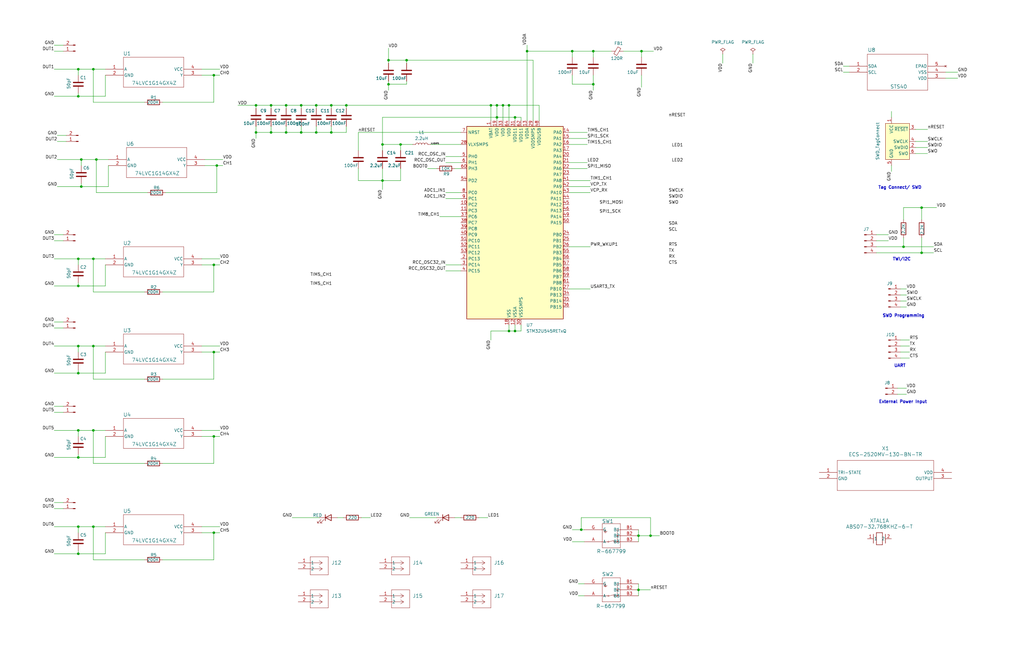
<source format=kicad_sch>
(kicad_sch (version 20231120) (generator "eeschema") (generator_version "8.0")
  (paper "B")
  (title_block (title "Project Work, Chair of Micro Systems, TU Dresden") (date "2025-04-03") (rev "V1") (company "Ihsan Ahmad Siddiquee"))
  (lib_symbols
    (symbol "Connector:Conn_01x02_Pin" (pin_names (offset 1.016) hide)
      (property "Reference" "J" (at 0 2.54 0))
      (property "Value" "Conn_01x02_Pin" (at 0 -5.08 0))
      (symbol "Conn_01x02_Pin_1_1"
        (pin passive line (at 5.08 0 180) (length 3.81) (name "Pin_1") (number "1"))
        (pin passive line (at 5.08 -2.54 180) (length 3.81) (name "Pin_2") (number "2"))
      )
    )
    (symbol "Connector:Conn_01x04_Pin" (pin_names (offset 1.016) hide)
      (property "Reference" "J" (at 0 5.08 0))
      (property "Value" "Conn_01x04_Pin" (at 0 -7.62 0))
      (symbol "Conn_01x04_Pin_1_1"
        (pin passive line (at 5.08 2.54 180) (length 3.81) (name "Pin_1") (number "1"))
        (pin passive line (at 5.08 0 180) (length 3.81) (name "Pin_2") (number "2"))
        (pin passive line (at 5.08 -2.54 180) (length 3.81) (name "Pin_3") (number "3"))
        (pin passive line (at 5.08 -5.08 180) (length 3.81) (name "Pin_4") (number "4"))
      )
    )
    (symbol "Connector:Conn_ARM_SWD_TagConnect_TC2030-NL" (in_bom no)
      (property "Reference" "J" (at 2.54 11.43 0))
      (property "Value" "Conn_ARM_SWD_TagConnect_TC2030-NL" (at 2.54 8.89 0))
      (symbol "Conn_ARM_SWD_TagConnect_TC2030-NL_0_0"
        (pin power_in line (at -2.54 10.16 270) (length 2.54) (name "VCC") (number "1"))
        (pin bidirectional line (at 7.62 -2.54 180) (length 2.54) (name "SWDIO") (number "2"))
        (pin open_collector line (at 7.62 5.08 180) (length 2.54) (name "~{RESET}") (number "3"))
        (pin output line (at 7.62 0 180) (length 2.54) (name "SWCLK") (number "4"))
        (pin power_in line (at -2.54 -10.16 90) (length 2.54) (name "GND") (number "5"))
        (pin input line (at 7.62 -5.08 180) (length 2.54) (name "SWO") (number "6"))
      )
    )
    (symbol "Device:C" (pin_numbers hide) (pin_names (offset 0.254))
      (property "Reference" "C" (at 0.635 2.54 0))
      (property "Value" "C" (at 0.635 -2.54 0))
      (symbol "C_1_1"
        (pin passive line (at 0 3.81 270) (length 2.794) (name "~") (number "1"))
        (pin passive line (at 0 -3.81 90) (length 2.794) (name "~") (number "2"))
      )
    )
    (symbol "Device:FerriteBead_Small" (pin_numbers hide) (pin_names (offset 0))
      (property "Reference" "FB" (at 1.905 1.27 0))
      (property "Value" "FerriteBead_Small" (at 1.905 -1.27 0))
      (symbol "FerriteBead_Small_1_1"
        (pin passive line (at 0 2.54 270) (length 1.27) (name "~") (number "1"))
        (pin passive line (at 0 -2.54 90) (length 1.27) (name "~") (number "2"))
      )
    )
    (symbol "Device:L" (pin_numbers hide) (pin_names (offset 1.016) hide)
      (property "Reference" "L" (at -1.27 0 90))
      (property "Value" "L" (at 1.905 0 90))
      (symbol "L_1_1"
        (pin passive line (at 0 3.81 270) (length 1.27) (name "1") (number "1"))
        (pin passive line (at 0 -3.81 90) (length 1.27) (name "2") (number "2"))
      )
    )
    (symbol "Device:LED" (pin_numbers hide) (pin_names (offset 1.016) hide)
      (property "Reference" "D" (at 0 2.54 0))
      (property "Value" "LED" (at 0 -2.54 0))
      (symbol "LED_1_1"
        (pin passive line (at -3.81 0 0) (length 2.54) (name "K") (number "1"))
        (pin passive line (at 3.81 0 180) (length 2.54) (name "A") (number "2"))
      )
    )
    (symbol "Device:R" (pin_numbers hide) (pin_names (offset 0))
      (property "Reference" "R" (at 2.032 0 90))
      (property "Value" "R" (at 0 0 90))
      (symbol "R_1_1"
        (pin passive line (at 0 3.81 270) (length 1.27) (name "~") (number "1"))
        (pin passive line (at 0 -3.81 90) (length 1.27) (name "~") (number "2"))
      )
    )
    (symbol "MCU_ST_STM32U5:STM32U545RETxQ"
      (property "Reference" "U" (at -20.32 41.91 0))
      (property "Value" "STM32U545RETxQ" (at 12.7 41.91 0))
      (symbol "STM32U545RETxQ_1_1"
        (pin power_in line (at -10.16 43.18 270) (length 2.54) (name "VBAT") (number "1"))
        (pin bidirectional line (at -22.86 7.62 0) (length 2.54) (name "PC2") (number "10"))
        (pin bidirectional line (at -22.86 5.08 0) (length 2.54) (name "PC3") (number "11"))
        (pin power_in line (at 0 -43.18 90) (length 2.54) (name "VSSA") (number "12"))
        (pin power_in line (at 5.08 43.18 270) (length 2.54) (name "VDDA") (number "13"))
        (pin bidirectional line (at 22.86 38.1 180) (length 2.54) (name "PA0") (number "14"))
        (pin bidirectional line (at 22.86 35.56 180) (length 2.54) (name "PA1") (number "15"))
        (pin bidirectional line (at 22.86 33.02 180) (length 2.54) (name "PA2") (number "16"))
        (pin bidirectional line (at 22.86 30.48 180) (length 2.54) (name "PA3") (number "17"))
        (pin power_in line (at -2.54 -43.18 90) (length 2.54) (name "VSS") (number "18"))
        (pin power_in line (at -7.62 43.18 270) (length 2.54) (name "VDD") (number "19"))
        (pin bidirectional line (at -22.86 -15.24 0) (length 2.54) (name "PC13") (number "2"))
        (pin bidirectional line (at 22.86 27.94 180) (length 2.54) (name "PA4") (number "20"))
        (pin bidirectional line (at 22.86 25.4 180) (length 2.54) (name "PA5") (number "21"))
        (pin bidirectional line (at 22.86 22.86 180) (length 2.54) (name "PA6") (number "22"))
        (pin bidirectional line (at 22.86 20.32 180) (length 2.54) (name "PA7") (number "23"))
        (pin bidirectional line (at 22.86 -5.08 180) (length 2.54) (name "PB0") (number "24"))
        (pin bidirectional line (at 22.86 -7.62 180) (length 2.54) (name "PB1") (number "25"))
        (pin bidirectional line (at 22.86 -10.16 180) (length 2.54) (name "PB2") (number "26"))
        (pin bidirectional line (at 22.86 -27.94 180) (length 2.54) (name "PB10") (number "27"))
        (pin power_in line (at -22.86 33.02 0) (length 2.54) (name "VLXSMPS") (number "28"))
        (pin power_in line (at 7.62 43.18 270) (length 2.54) (name "VDDSMPS") (number "29"))
        (pin bidirectional line (at -22.86 -17.78 0) (length 2.54) (name "PC14") (number "3"))
        (pin power_in line (at 2.54 -43.18 90) (length 2.54) (name "VSSSMPS") (number "30"))
        (pin power_in line (at 0 43.18 270) (length 2.54) (name "VDD11") (number "31"))
        (pin passive line (at -2.54 -43.18 90) (length 2.54) hide (name "VSS") (number "32"))
        (pin power_in line (at -5.08 43.18 270) (length 2.54) (name "VDD") (number "33"))
        (pin bidirectional line (at 22.86 -30.48 180) (length 2.54) (name "PB13") (number "34"))
        (pin bidirectional line (at 22.86 -33.02 180) (length 2.54) (name "PB14") (number "35"))
        (pin bidirectional line (at 22.86 -35.56 180) (length 2.54) (name "PB15") (number "36"))
        (pin bidirectional line (at -22.86 2.54 0) (length 2.54) (name "PC6") (number "37"))
        (pin bidirectional line (at -22.86 0 0) (length 2.54) (name "PC7") (number "38"))
        (pin bidirectional line (at -22.86 -2.54 0) (length 2.54) (name "PC8") (number "39"))
        (pin bidirectional line (at -22.86 -20.32 0) (length 2.54) (name "PC15") (number "4"))
        (pin bidirectional line (at -22.86 -5.08 0) (length 2.54) (name "PC9") (number "40"))
        (pin bidirectional line (at 22.86 17.78 180) (length 2.54) (name "PA8") (number "41"))
        (pin bidirectional line (at 22.86 15.24 180) (length 2.54) (name "PA9") (number "42"))
        (pin bidirectional line (at 22.86 12.7 180) (length 2.54) (name "PA10") (number "43"))
        (pin bidirectional line (at 22.86 10.16 180) (length 2.54) (name "PA11") (number "44"))
        (pin bidirectional line (at 22.86 7.62 180) (length 2.54) (name "PA12") (number "45"))
        (pin bidirectional line (at 22.86 5.08 180) (length 2.54) (name "PA13") (number "46"))
        (pin passive line (at -2.54 -43.18 90) (length 2.54) hide (name "VSS") (number "47"))
        (pin power_in line (at 10.16 43.18 270) (length 2.54) (name "VDDUSB") (number "48"))
        (pin bidirectional line (at 22.86 2.54 180) (length 2.54) (name "PA14") (number "49"))
        (pin bidirectional line (at -22.86 27.94 0) (length 2.54) (name "PH0") (number "5"))
        (pin bidirectional line (at 22.86 0 180) (length 2.54) (name "PA15") (number "50"))
        (pin bidirectional line (at -22.86 -7.62 0) (length 2.54) (name "PC10") (number "51"))
        (pin bidirectional line (at -22.86 -10.16 0) (length 2.54) (name "PC11") (number "52"))
        (pin bidirectional line (at -22.86 -12.7 0) (length 2.54) (name "PC12") (number "53"))
        (pin bidirectional line (at -22.86 17.78 0) (length 2.54) (name "PD2") (number "54"))
        (pin bidirectional line (at 22.86 -12.7 180) (length 2.54) (name "PB3") (number "55"))
        (pin bidirectional line (at 22.86 -15.24 180) (length 2.54) (name "PB4") (number "56"))
        (pin bidirectional line (at 22.86 -17.78 180) (length 2.54) (name "PB5") (number "57"))
        (pin bidirectional line (at 22.86 -20.32 180) (length 2.54) (name "PB6") (number "58"))
        (pin bidirectional line (at 22.86 -22.86 180) (length 2.54) (name "PB7") (number "59"))
        (pin bidirectional line (at -22.86 25.4 0) (length 2.54) (name "PH1") (number "6"))
        (pin bidirectional line (at -22.86 22.86 0) (length 2.54) (name "PH3") (number "60"))
        (pin bidirectional line (at 22.86 -25.4 180) (length 2.54) (name "PB8") (number "61"))
        (pin power_in line (at 2.54 43.18 270) (length 2.54) (name "VDD11") (number "62"))
        (pin passive line (at -2.54 -43.18 90) (length 2.54) hide (name "VSS") (number "63"))
        (pin power_in line (at -2.54 43.18 270) (length 2.54) (name "VDD") (number "64"))
        (pin input line (at -22.86 38.1 0) (length 2.54) (name "NRST") (number "7"))
        (pin bidirectional line (at -22.86 12.7 0) (length 2.54) (name "PC0") (number "8"))
        (pin bidirectional line (at -22.86 10.16 0) (length 2.54) (name "PC1") (number "9"))
      )
    )
    (symbol "Project_Work:74LVC1G14GX4Z" (pin_names (offset 0.254))
      (property "Reference" "U" (at 20.32 10.16 0))
      (property "Value" "74LVC1G14GX4Z" (at 20.32 7.62 0))
      (symbol "74LVC1G14GX4Z_0_1"
        (pin unspecified line (at 0 0 0) (length 7.62) (name "A") (number "1"))
        (pin power_out line (at 0 -2.54 0) (length 7.62) (name "GND") (number "2"))
        (pin unspecified line (at 40.64 -2.54 180) (length 7.62) (name "Y") (number "3"))
        (pin power_in line (at 40.64 0 180) (length 7.62) (name "VCC") (number "4"))
      )
    )
    (symbol "Project_Work:ABS07-32.768KHZ-6-T" (pin_names (offset 0.254))
      (property "Reference" "XTAL" (at 5.08 4.445 0))
      (property "Value" "ABS07-32.768KHZ-6-T" (at 5.08 -4.445 0))
      (symbol "ABS07-32.768KHZ-6-T_1_1"
        (pin unspecified line (at 0 0 0) (length 2.54) (name "1") (number "1"))
        (pin unspecified line (at 10.16 0 180) (length 2.54) (name "2") (number "2"))
      )
      (symbol "ABS07-32.768KHZ-6-T_1_2"
        (pin unspecified line (at 0 0 90) (length 2.54) (name "1") (number "1"))
        (pin unspecified line (at 0 10.16 270) (length 2.54) (name "2") (number "2"))
      )
    )
    (symbol "Project_Work:ECS-2520MV-130-BN-TR" (pin_names (offset 0.254))
      (property "Reference" "X" (at 27.94 10.16 0))
      (property "Value" "ECS-2520MV-130-BN-TR" (at 27.94 7.62 0))
      (symbol "ECS-2520MV-130-BN-TR_0_1"
        (pin unspecified line (at 0 0 0) (length 7.62) (name "TRI-STATE") (number "1"))
        (pin power_out line (at 0 -2.54 0) (length 7.62) (name "GND") (number "2"))
        (pin output line (at 55.88 -2.54 180) (length 7.62) (name "OUTPUT") (number "3"))
        (pin power_in line (at 55.88 0 180) (length 7.62) (name "VDD") (number "4"))
      )
    )
    (symbol "Project_Work:R-667799" (pin_names (offset 0.254))
      (property "Reference" "SW" (at 11.43 7.62 0))
      (property "Value" "R-667799" (at 10.16 5.08 0))
      (symbol "R-667799_0_1"
        (pin unspecified line (at 0 -5.08 0) (length 7.62) (name "A") (number "A"))
        (pin unspecified line (at 22.86 0 180) (length 7.62) (name "B1") (number "B1"))
        (pin unspecified line (at 22.86 -2.54 180) (length 7.62) (name "B2") (number "B2"))
        (pin unspecified line (at 22.86 -5.08 180) (length 7.62) (name "B3") (number "B3"))
        (pin unspecified line (at 0 0 0) (length 7.62) (name "G") (number "G"))
      )
    )
    (symbol "Project_Work:S2B-EH_LFSN" (pin_names (offset 0.254))
      (property "Reference" "J" (at 8.89 6.35 0))
      (property "Value" "S2B-EH LFSN" (at 0 0 0))
      (symbol "S2B-EH_LFSN_1_1"
        (pin unspecified line (at 0 0 0) (length 5.08) (name "1") (number "1"))
        (pin unspecified line (at 0 -2.54 0) (length 5.08) (name "2") (number "2"))
      )
      (symbol "S2B-EH_LFSN_1_2"
        (pin unspecified line (at 0 0 0) (length 5.08) (name "1") (number "1"))
        (pin unspecified line (at 0 -2.54 0) (length 5.08) (name "2") (number "2"))
      )
    )
    (symbol "Project_Work:STS40-CD1B-R3" (pin_names (offset 0.254))
      (property "Reference" "U" (at 20.32 10.16 0))
      (property "Value" "STS40-CD1B-R3" (at 20.32 7.62 0))
      (symbol "STS40-CD1B-R3_0_1"
        (pin bidirectional line (at 0 0 0) (length 7.62) (name "SDA") (number "1"))
        (pin input line (at 0 -2.54 0) (length 7.62) (name "SCL") (number "2"))
        (pin power_in line (at 40.64 -5.08 180) (length 7.62) (name "VDD") (number "3"))
        (pin power_out line (at 40.64 -2.54 180) (length 7.62) (name "VSS") (number "4"))
        (pin no_connect line (at 40.64 0 180) (length 7.62) (name "EPAD") (number "5"))
      )
    )
    (symbol "power:PWR_FLAG" (power) (pin_numbers hide) (pin_names (offset 0) hide)
      (property "Value" "PWR_FLAG" (at 0 3.81 0))
      (symbol "PWR_FLAG_0_0"
        (pin power_out line (at 0 0 90) (length 0) (name "~") (number "1"))
      )
    )
  )
  (junction (at 107.95 44.45))
  (junction (at 90.17 111.76))
  (junction (at 127 55.88))
  (junction (at 274.32 226.06))
  (junction (at 139.7 55.88))
  (junction (at 163.83 25.4))
  (junction (at 107.95 55.88))
  (junction (at 139.7 44.45))
  (junction (at 34.29 78.74))
  (junction (at 388.62 87.63))
  (junction (at 39.37 222.25))
  (junction (at 90.17 31.75))
  (junction (at 39.37 146.05))
  (junction (at 90.17 148.59))
  (junction (at 146.05 44.45))
  (junction (at 39.37 109.22))
  (junction (at 163.83 35.56))
  (junction (at 269.24 226.06))
  (junction (at 90.17 184.15))
  (junction (at 33.02 29.21))
  (junction (at 161.29 60.96))
  (junction (at 33.02 233.68))
  (junction (at 217.17 139.7))
  (junction (at 207.01 44.45))
  (junction (at 91.44 69.85))
  (junction (at 270.51 21.59))
  (junction (at 250.19 21.59))
  (junction (at 33.02 146.05))
  (junction (at 33.02 181.61))
  (junction (at 33.02 222.25))
  (junction (at 39.37 29.21))
  (junction (at 114.3 55.88))
  (junction (at 40.64 67.31))
  (junction (at 222.25 21.59))
  (junction (at 250.19 35.56))
  (junction (at 33.02 157.48))
  (junction (at 212.09 44.45))
  (junction (at 114.3 44.45))
  (junction (at 33.02 109.22))
  (junction (at 34.29 67.31))
  (junction (at 33.02 40.64))
  (junction (at 171.45 25.4))
  (junction (at 33.02 193.04))
  (junction (at 241.3 21.59))
  (junction (at 209.55 49.53))
  (junction (at 269.24 248.92))
  (junction (at 90.17 224.79))
  (junction (at 120.65 44.45))
  (junction (at 168.91 60.96))
  (junction (at 127 44.45))
  (junction (at 381 104.14))
  (junction (at 217.17 49.53))
  (junction (at 133.35 44.45))
  (junction (at 120.65 55.88))
  (junction (at 214.63 139.7))
  (junction (at 388.62 106.68))
  (junction (at 133.35 55.88))
  (junction (at 214.63 44.45))
  (junction (at 209.55 44.45))
  (junction (at 161.29 76.2))
  (junction (at 245.11 223.52))
  (junction (at 33.02 120.65))
  (junction (at 39.37 181.61))
  (wire (pts (xy 201.93 218.44) (xy 205.74 218.44)))
  (wire (pts (xy 33.02 232.41) (xy 33.02 233.68)))
  (wire (pts (xy 398.78 33.02) (xy 403.86 33.02)))
  (wire (pts (xy 151.13 55.88) (xy 151.13 63.5)))
  (wire (pts (xy 379.73 127) (xy 382.27 127)))
  (wire (pts (xy 139.7 53.34) (xy 139.7 55.88)))
  (wire (pts (xy 241.3 223.52) (xy 245.11 223.52)))
  (wire (pts (xy 163.83 35.56) (xy 171.45 35.56)))
  (wire (pts (xy 262.89 21.59) (xy 270.51 21.59)))
  (wire (pts (xy 217.17 139.7) (xy 217.17 137.16)))
  (wire (pts (xy 34.29 67.31) (xy 40.64 67.31)))
  (wire (pts (xy 27.94 57.15) (xy 24.13 57.15)))
  (wire (pts (xy 90.17 148.59) (xy 92.71 148.59)))
  (wire (pts (xy 241.3 24.13) (xy 241.3 21.59)))
  (wire (pts (xy 187.96 111.76) (xy 194.31 111.76)))
  (wire (pts (xy 85.09 181.61) (xy 92.71 181.61)))
  (wire (pts (xy 375.92 46.99) (xy 375.92 49.53)))
  (wire (pts (xy 33.02 119.38) (xy 33.02 120.65)))
  (wire (pts (xy 33.02 148.59) (xy 33.02 146.05)))
  (wire (pts (xy 90.17 184.15) (xy 92.71 184.15)))
  (wire (pts (xy 304.8 22.86) (xy 304.8 26.67)))
  (wire (pts (xy 114.3 55.88) (xy 120.65 55.88)))
  (wire (pts (xy 375.92 69.85) (xy 375.92 72.39)))
  (wire (pts (xy 240.03 104.14) (xy 248.92 104.14)))
  (wire (pts (xy 240.03 76.2) (xy 248.92 76.2)))
  (wire (pts (xy 33.02 31.75) (xy 33.02 29.21)))
  (wire (pts (xy 90.17 224.79) (xy 85.09 224.79)))
  (wire (pts (xy 33.02 156.21) (xy 33.02 157.48)))
  (wire (pts (xy 90.17 236.22) (xy 90.17 224.79)))
  (wire (pts (xy 85.09 109.22) (xy 92.71 109.22)))
  (wire (pts (xy 133.35 44.45) (xy 133.35 45.72)))
  (wire (pts (xy 139.7 55.88) (xy 146.05 55.88)))
  (wire (pts (xy 379.73 148.59) (xy 383.54 148.59)))
  (wire (pts (xy 44.45 40.64) (xy 44.45 31.75)))
  (wire (pts (xy 85.09 29.21) (xy 92.71 29.21)))
  (wire (pts (xy 91.44 81.28) (xy 91.44 69.85)))
  (wire (pts (xy 209.55 44.45) (xy 212.09 44.45)))
  (wire (pts (xy 22.86 40.64) (xy 33.02 40.64)))
  (wire (pts (xy 39.37 29.21) (xy 39.37 43.18)))
  (wire (pts (xy 26.67 171.45) (xy 22.86 171.45)))
  (wire (pts (xy 378.46 163.83) (xy 382.27 163.83)))
  (wire (pts (xy 91.44 69.85) (xy 93.98 69.85)))
  (wire (pts (xy 33.02 157.48) (xy 44.45 157.48)))
  (wire (pts (xy 163.83 35.56) (xy 163.83 38.1)))
  (wire (pts (xy 161.29 60.96) (xy 168.91 60.96)))
  (wire (pts (xy 187.96 83.82) (xy 194.31 83.82)))
  (wire (pts (xy 39.37 181.61) (xy 44.45 181.61)))
  (wire (pts (xy 168.91 60.96) (xy 173.99 60.96)))
  (wire (pts (xy 39.37 29.21) (xy 44.45 29.21)))
  (wire (pts (xy 22.86 146.05) (xy 33.02 146.05)))
  (wire (pts (xy 214.63 139.7) (xy 214.63 137.16)))
  (wire (pts (xy 369.57 106.68) (xy 388.62 106.68)))
  (wire (pts (xy 180.34 71.12) (xy 184.15 71.12)))
  (wire (pts (xy 379.73 151.13) (xy 383.54 151.13)))
  (wire (pts (xy 45.72 78.74) (xy 45.72 69.85)))
  (wire (pts (xy 120.65 44.45) (xy 127 44.45)))
  (wire (pts (xy 26.67 135.89) (xy 22.86 135.89)))
  (wire (pts (xy 222.25 21.59) (xy 241.3 21.59)))
  (wire (pts (xy 107.95 44.45) (xy 114.3 44.45)))
  (wire (pts (xy 90.17 195.58) (xy 90.17 184.15)))
  (wire (pts (xy 161.29 49.53) (xy 209.55 49.53)))
  (wire (pts (xy 90.17 31.75) (xy 92.71 31.75)))
  (wire (pts (xy 107.95 44.45) (xy 100.33 44.45)))
  (wire (pts (xy 388.62 87.63) (xy 394.97 87.63)))
  (wire (pts (xy 181.61 60.96) (xy 194.31 60.96)))
  (wire (pts (xy 168.91 71.12) (xy 168.91 76.2)))
  (wire (pts (xy 152.4 218.44) (xy 156.21 218.44)))
  (wire (pts (xy 209.55 49.53) (xy 209.55 50.8)))
  (wire (pts (xy 39.37 146.05) (xy 39.37 160.02)))
  (wire (pts (xy 161.29 49.53) (xy 161.29 60.96)))
  (wire (pts (xy 107.95 55.88) (xy 114.3 55.88)))
  (wire (pts (xy 120.65 55.88) (xy 127 55.88)))
  (wire (pts (xy 34.29 78.74) (xy 45.72 78.74)))
  (wire (pts (xy 163.83 25.4) (xy 163.83 26.67)))
  (wire (pts (xy 386.08 54.61) (xy 391.16 54.61)))
  (wire (pts (xy 240.03 121.92) (xy 248.92 121.92)))
  (wire (pts (xy 219.71 139.7) (xy 217.17 139.7)))
  (wire (pts (xy 107.95 58.42) (xy 107.95 55.88)))
  (wire (pts (xy 26.67 99.06) (xy 22.86 99.06)))
  (wire (pts (xy 114.3 44.45) (xy 120.65 44.45)))
  (wire (pts (xy 133.35 55.88) (xy 139.7 55.88)))
  (wire (pts (xy 127 55.88) (xy 133.35 55.88)))
  (wire (pts (xy 187.96 114.3) (xy 194.31 114.3)))
  (wire (pts (xy 224.79 25.4) (xy 224.79 50.8)))
  (wire (pts (xy 187.96 66.04) (xy 194.31 66.04)))
  (wire (pts (xy 240.03 81.28) (xy 248.92 81.28)))
  (wire (pts (xy 214.63 44.45) (xy 227.33 44.45)))
  (wire (pts (xy 44.45 193.04) (xy 44.45 184.15)))
  (wire (pts (xy 224.79 25.4) (xy 171.45 25.4)))
  (wire (pts (xy 222.25 21.59) (xy 222.25 50.8)))
  (wire (pts (xy 379.73 129.54) (xy 382.27 129.54)))
  (wire (pts (xy 22.86 120.65) (xy 33.02 120.65)))
  (wire (pts (xy 39.37 146.05) (xy 44.45 146.05)))
  (wire (pts (xy 91.44 69.85) (xy 86.36 69.85)))
  (wire (pts (xy 269.24 246.38) (xy 269.24 248.92)))
  (wire (pts (xy 381 104.14) (xy 393.7 104.14)))
  (wire (pts (xy 245.11 223.52) (xy 246.38 223.52)))
  (wire (pts (xy 171.45 25.4) (xy 163.83 25.4)))
  (wire (pts (xy 33.02 224.79) (xy 33.02 222.25)))
  (wire (pts (xy 161.29 60.96) (xy 161.29 63.5)))
  (wire (pts (xy 209.55 44.45) (xy 209.55 49.53)))
  (wire (pts (xy 240.03 60.96) (xy 247.65 60.96)))
  (wire (pts (xy 85.09 222.25) (xy 92.71 222.25)))
  (wire (pts (xy 39.37 109.22) (xy 44.45 109.22)))
  (wire (pts (xy 240.03 55.88) (xy 247.65 55.88)))
  (wire (pts (xy 269.24 248.92) (xy 269.24 251.46)))
  (wire (pts (xy 90.17 224.79) (xy 92.71 224.79)))
  (wire (pts (xy 24.13 78.74) (xy 34.29 78.74)))
  (wire (pts (xy 222.25 19.05) (xy 222.25 21.59)))
  (wire (pts (xy 191.77 218.44) (xy 194.31 218.44)))
  (wire (pts (xy 269.24 226.06) (xy 269.24 228.6)))
  (wire (pts (xy 68.58 160.02) (xy 90.17 160.02)))
  (wire (pts (xy 26.67 21.59) (xy 22.86 21.59)))
  (wire (pts (xy 369.57 104.14) (xy 381 104.14)))
  (wire (pts (xy 379.73 121.92) (xy 382.27 121.92)))
  (wire (pts (xy 69.85 81.28) (xy 91.44 81.28)))
  (wire (pts (xy 34.29 77.47) (xy 34.29 78.74)))
  (wire (pts (xy 24.13 67.31) (xy 34.29 67.31)))
  (wire (pts (xy 381 100.33) (xy 381 104.14)))
  (wire (pts (xy 217.17 50.8) (xy 217.17 49.53)))
  (wire (pts (xy 241.3 35.56) (xy 250.19 35.56)))
  (wire (pts (xy 90.17 111.76) (xy 85.09 111.76)))
  (wire (pts (xy 250.19 35.56) (xy 250.19 31.75)))
  (wire (pts (xy 386.08 64.77) (xy 391.16 64.77)))
  (wire (pts (xy 379.73 143.51) (xy 383.54 143.51)))
  (wire (pts (xy 270.51 31.75) (xy 270.51 36.83)))
  (wire (pts (xy 22.86 233.68) (xy 33.02 233.68)))
  (wire (pts (xy 219.71 49.53) (xy 219.71 50.8)))
  (wire (pts (xy 90.17 123.19) (xy 90.17 111.76)))
  (wire (pts (xy 33.02 184.15) (xy 33.02 181.61)))
  (wire (pts (xy 33.02 29.21) (xy 39.37 29.21)))
  (wire (pts (xy 269.24 226.06) (xy 274.32 226.06)))
  (wire (pts (xy 388.62 87.63) (xy 388.62 92.71)))
  (wire (pts (xy 133.35 44.45) (xy 139.7 44.45)))
  (wire (pts (xy 90.17 160.02) (xy 90.17 148.59)))
  (wire (pts (xy 378.46 166.37) (xy 382.27 166.37)))
  (wire (pts (xy 227.33 50.8) (xy 227.33 44.45)))
  (wire (pts (xy 22.86 157.48) (xy 33.02 157.48)))
  (wire (pts (xy 212.09 44.45) (xy 212.09 50.8)))
  (wire (pts (xy 207.01 139.7) (xy 214.63 139.7)))
  (wire (pts (xy 139.7 44.45) (xy 139.7 45.72)))
  (wire (pts (xy 240.03 68.58) (xy 247.65 68.58)))
  (wire (pts (xy 114.3 53.34) (xy 114.3 55.88)))
  (wire (pts (xy 44.45 233.68) (xy 44.45 224.79)))
  (wire (pts (xy 245.11 223.52) (xy 245.11 218.44)))
  (wire (pts (xy 27.94 59.69) (xy 24.13 59.69)))
  (wire (pts (xy 172.72 218.44) (xy 184.15 218.44)))
  (wire (pts (xy 151.13 76.2) (xy 161.29 76.2)))
  (wire (pts (xy 369.57 99.06) (xy 374.65 99.06)))
  (wire (pts (xy 381 87.63) (xy 388.62 87.63)))
  (wire (pts (xy 219.71 137.16) (xy 219.71 139.7)))
  (wire (pts (xy 39.37 123.19) (xy 60.96 123.19)))
  (wire (pts (xy 90.17 184.15) (xy 85.09 184.15)))
  (wire (pts (xy 163.83 20.32) (xy 163.83 25.4)))
  (wire (pts (xy 250.19 35.56) (xy 250.19 38.1)))
  (wire (pts (xy 151.13 55.88) (xy 194.31 55.88)))
  (wire (pts (xy 191.77 71.12) (xy 194.31 71.12)))
  (wire (pts (xy 139.7 44.45) (xy 146.05 44.45)))
  (wire (pts (xy 39.37 181.61) (xy 39.37 195.58)))
  (wire (pts (xy 39.37 160.02) (xy 60.96 160.02)))
  (wire (pts (xy 274.32 218.44) (xy 274.32 226.06)))
  (wire (pts (xy 22.86 181.61) (xy 33.02 181.61)))
  (wire (pts (xy 85.09 146.05) (xy 92.71 146.05)))
  (wire (pts (xy 151.13 71.12) (xy 151.13 76.2)))
  (wire (pts (xy 146.05 53.34) (xy 146.05 55.88)))
  (wire (pts (xy 26.67 138.43) (xy 22.86 138.43)))
  (wire (pts (xy 241.3 21.59) (xy 250.19 21.59)))
  (wire (pts (xy 270.51 21.59) (xy 270.51 24.13)))
  (wire (pts (xy 245.11 218.44) (xy 274.32 218.44)))
  (wire (pts (xy 34.29 69.85) (xy 34.29 67.31)))
  (wire (pts (xy 120.65 55.88) (xy 120.65 53.34)))
  (wire (pts (xy 163.83 34.29) (xy 163.83 35.56)))
  (wire (pts (xy 269.24 248.92) (xy 274.32 248.92)))
  (wire (pts (xy 217.17 139.7) (xy 214.63 139.7)))
  (wire (pts (xy 39.37 222.25) (xy 39.37 236.22)))
  (wire (pts (xy 68.58 123.19) (xy 90.17 123.19)))
  (wire (pts (xy 386.08 62.23) (xy 391.16 62.23)))
  (wire (pts (xy 355.6 30.48) (xy 358.14 30.48)))
  (wire (pts (xy 388.62 100.33) (xy 388.62 106.68)))
  (wire (pts (xy 26.67 214.63) (xy 22.86 214.63)))
  (wire (pts (xy 107.95 53.34) (xy 107.95 55.88)))
  (wire (pts (xy 33.02 39.37) (xy 33.02 40.64)))
  (wire (pts (xy 26.67 173.99) (xy 22.86 173.99)))
  (wire (pts (xy 142.24 218.44) (xy 144.78 218.44)))
  (wire (pts (xy 44.45 157.48) (xy 44.45 148.59)))
  (wire (pts (xy 168.91 60.96) (xy 168.91 63.5)))
  (wire (pts (xy 212.09 44.45) (xy 214.63 44.45)))
  (wire (pts (xy 127 44.45) (xy 133.35 44.45)))
  (wire (pts (xy 33.02 193.04) (xy 44.45 193.04)))
  (wire (pts (xy 107.95 44.45) (xy 107.95 45.72)))
  (wire (pts (xy 22.86 29.21) (xy 33.02 29.21)))
  (wire (pts (xy 207.01 143.51) (xy 207.01 139.7)))
  (wire (pts (xy 187.96 68.58) (xy 194.31 68.58)))
  (wire (pts (xy 171.45 35.56) (xy 171.45 34.29)))
  (wire (pts (xy 68.58 195.58) (xy 90.17 195.58)))
  (wire (pts (xy 39.37 236.22) (xy 60.96 236.22)))
  (wire (pts (xy 171.45 25.4) (xy 171.45 26.67)))
  (wire (pts (xy 127 44.45) (xy 127 45.72)))
  (wire (pts (xy 33.02 181.61) (xy 39.37 181.61)))
  (wire (pts (xy 386.08 59.69) (xy 391.16 59.69)))
  (wire (pts (xy 33.02 120.65) (xy 44.45 120.65)))
  (wire (pts (xy 243.84 251.46) (xy 246.38 251.46)))
  (wire (pts (xy 33.02 109.22) (xy 39.37 109.22)))
  (wire (pts (xy 26.67 212.09) (xy 22.86 212.09)))
  (wire (pts (xy 217.17 49.53) (xy 209.55 49.53)))
  (wire (pts (xy 40.64 67.31) (xy 40.64 81.28)))
  (wire (pts (xy 33.02 146.05) (xy 39.37 146.05)))
  (wire (pts (xy 33.02 111.76) (xy 33.02 109.22)))
  (wire (pts (xy 317.5 22.86) (xy 317.5 26.67)))
  (wire (pts (xy 22.86 222.25) (xy 33.02 222.25)))
  (wire (pts (xy 120.65 44.45) (xy 120.65 45.72)))
  (wire (pts (xy 240.03 78.74) (xy 248.92 78.74)))
  (wire (pts (xy 39.37 43.18) (xy 60.96 43.18)))
  (wire (pts (xy 161.29 76.2) (xy 168.91 76.2)))
  (wire (pts (xy 39.37 109.22) (xy 39.37 123.19)))
  (wire (pts (xy 270.51 21.59) (xy 275.59 21.59)))
  (wire (pts (xy 39.37 222.25) (xy 44.45 222.25)))
  (wire (pts (xy 187.96 81.28) (xy 194.31 81.28)))
  (wire (pts (xy 68.58 236.22) (xy 90.17 236.22)))
  (wire (pts (xy 68.58 43.18) (xy 90.17 43.18)))
  (wire (pts (xy 123.19 218.44) (xy 134.62 218.44)))
  (wire (pts (xy 90.17 111.76) (xy 92.71 111.76)))
  (wire (pts (xy 269.24 223.52) (xy 269.24 226.06)))
  (wire (pts (xy 86.36 67.31) (xy 93.98 67.31)))
  (wire (pts (xy 240.03 71.12) (xy 247.65 71.12)))
  (wire (pts (xy 40.64 67.31) (xy 45.72 67.31)))
  (wire (pts (xy 241.3 228.6) (xy 246.38 228.6)))
  (wire (pts (xy 33.02 191.77) (xy 33.02 193.04)))
  (wire (pts (xy 133.35 53.34) (xy 133.35 55.88)))
  (wire (pts (xy 381 92.71) (xy 381 87.63)))
  (wire (pts (xy 209.55 44.45) (xy 207.01 44.45)))
  (wire (pts (xy 379.73 124.46) (xy 382.27 124.46)))
  (wire (pts (xy 22.86 193.04) (xy 33.02 193.04)))
  (wire (pts (xy 355.6 27.94) (xy 358.14 27.94)))
  (wire (pts (xy 214.63 50.8) (xy 214.63 44.45)))
  (wire (pts (xy 40.64 81.28) (xy 62.23 81.28)))
  (wire (pts (xy 388.62 106.68) (xy 393.7 106.68)))
  (wire (pts (xy 161.29 71.12) (xy 161.29 76.2)))
  (wire (pts (xy 146.05 44.45) (xy 207.01 44.45)))
  (wire (pts (xy 369.57 101.6) (xy 374.65 101.6)))
  (wire (pts (xy 274.32 226.06) (xy 278.13 226.06)))
  (wire (pts (xy 146.05 44.45) (xy 146.05 45.72)))
  (wire (pts (xy 26.67 19.05) (xy 22.86 19.05)))
  (wire (pts (xy 33.02 40.64) (xy 44.45 40.64)))
  (wire (pts (xy 22.86 109.22) (xy 33.02 109.22)))
  (wire (pts (xy 161.29 76.2) (xy 161.29 80.01)))
  (wire (pts (xy 219.71 49.53) (xy 217.17 49.53)))
  (wire (pts (xy 398.78 30.48) (xy 403.86 30.48)))
  (wire (pts (xy 44.45 120.65) (xy 44.45 111.76)))
  (wire (pts (xy 185.42 91.44) (xy 194.31 91.44)))
  (wire (pts (xy 90.17 43.18) (xy 90.17 31.75)))
  (wire (pts (xy 26.67 101.6) (xy 22.86 101.6)))
  (wire (pts (xy 241.3 31.75) (xy 241.3 35.56)))
  (wire (pts (xy 127 53.34) (xy 127 55.88)))
  (wire (pts (xy 379.73 146.05) (xy 383.54 146.05)))
  (wire (pts (xy 33.02 222.25) (xy 39.37 222.25)))
  (wire (pts (xy 250.19 21.59) (xy 250.19 24.13)))
  (wire (pts (xy 114.3 45.72) (xy 114.3 44.45)))
  (wire (pts (xy 33.02 233.68) (xy 44.45 233.68)))
  (wire (pts (xy 240.03 58.42) (xy 247.65 58.42)))
  (wire (pts (xy 243.84 246.38) (xy 246.38 246.38)))
  (wire (pts (xy 90.17 31.75) (xy 85.09 31.75)))
  (wire (pts (xy 207.01 44.45) (xy 207.01 50.8)))
  (wire (pts (xy 39.37 195.58) (xy 60.96 195.58)))
  (wire (pts (xy 90.17 148.59) (xy 85.09 148.59)))
  (wire (pts (xy 250.19 21.59) (xy 257.81 21.59)))
  (text "External Power Input\n" (at 380.746 169.672 0) (effects (font (size 1.27 1.27) (thickness 0.254) (bold yes))))
  (text "Tag Connect/ SWD\n\n" (at 379.476 80.264 0) (effects (font (size 1.27 1.27) (thickness 0.254) (bold yes))))
  (text "SWD Programming\n" (at 381 133.35 0) (effects (font (size 1.27 1.27) (thickness 0.254) (bold yes))))
  (text "TWI/I2C\n" (at 380.238 109.474 0) (effects (font (size 1.27 1.27) (thickness 0.254) (bold yes))))
  (text "UART" (at 379.476 154.432 0) (effects (font (size 1.27 1.27) (thickness 0.254) (bold yes))))
  (label "GND" (at 317.5 26.67 270))
  (label "TX" (at 383.54 146.05 0))
  (label "RTS" (at 383.54 143.51 0))
  (label "RX" (at 383.54 148.59 0))
  (label "CH2" (at 92.71 111.76 0))
  (label "VCP_RX" (at 248.92 81.28 0))
  (label "VDD" (at 92.71 181.61 0))
  (label "VDD" (at 304.8 26.67 270))
  (label "LED1" (at 283.21 62.23 0))
  (label "RCC_OSC_IN" (at 187.96 66.04 180))
  (label "DUT2" (at 24.13 67.31 180))
  (label "USART3_TX" (at 248.92 121.92 0))
  (label "VDD" (at 241.3 228.6 180))
  (label "SPI1_SCK" (at 252.73 90.17 0))
  (label "CH4" (at 92.71 184.15 0))
  (label "GND" (at 243.84 246.38 180))
  (label "TX" (at 281.94 106.68 0))
  (label "SPI1_SCK" (at 247.65 58.42 0))
  (label "DUT3" (at 22.86 101.6 180))
  (label "GND" (at 270.51 36.83 270))
  (label "VDD" (at 92.71 146.05 0))
  (label "SWCLK" (at 382.27 127 0))
  (label "nRESET" (at 281.94 49.53 0))
  (label "CH1" (at 93.98 69.85 0))
  (label "GND" (at 382.27 166.37 0))
  (label "VDD" (at 374.65 101.6 0))
  (label "SCL" (at 355.6 30.48 180))
  (label "GND" (at 241.3 223.52 180))
  (label "GND" (at 22.86 19.05 180))
  (label "DUT4" (at 22.86 138.43 180))
  (label "VDD" (at 92.71 109.22 0))
  (label "VDD" (at 243.84 251.46 180))
  (label "SWCLK" (at 281.94 81.28 0))
  (label "DUT1" (at 22.86 21.59 180))
  (label "TIM8_CH1" (at 185.42 91.44 180))
  (label "LED2" (at 283.21 68.58 0))
  (label "GND" (at 163.83 38.1 270))
  (label "SDA" (at 355.6 27.94 180))
  (label "SCL" (at 393.7 106.68 0))
  (label "CH3" (at 92.71 148.59 0))
  (label "SDA" (at 281.94 95.25 0))
  (label "TIM5_CH1" (at 247.65 55.88 0))
  (label "SWCLK" (at 391.16 59.69 0))
  (label "VDD" (at 93.98 67.31 0))
  (label "BOOT0" (at 278.13 226.06 0))
  (label "RCC_OSC32_OUT" (at 187.96 114.3 180))
  (label "CTS" (at 281.94 111.76 0))
  (label "VDD" (at 382.27 163.83 0))
  (label "SPI1_MISO" (at 247.65 71.12 0))
  (label "GND" (at 375.92 72.39 270))
  (label "GND" (at 382.27 129.54 0))
  (label "SCL" (at 281.94 97.79 0))
  (label "GND" (at 250.19 38.1 270))
  (label "GND" (at 22.86 212.09 180))
  (label "nRESET" (at 151.13 55.88 0))
  (label "ADC1_IN1" (at 187.96 81.28 180))
  (label "GND" (at 22.86 120.65 180))
  (label "SDA" (at 393.7 104.14 0))
  (label "GND" (at 172.72 218.44 180))
  (label "VDD" (at 394.97 87.63 0))
  (label "CH0" (at 92.71 31.75 0))
  (label "LED2" (at 247.65 68.58 0))
  (label "GND" (at 374.65 99.06 0))
  (label "RCC_OSC_OUT" (at 187.96 68.58 180))
  (label "GND" (at 22.86 171.45 180))
  (label "GND" (at 161.29 80.01 270))
  (label "LED2" (at 156.21 218.44 0))
  (label "GND" (at 22.86 99.06 180))
  (label "GND" (at 22.86 135.89 180))
  (label "SWO" (at 281.94 86.36 0))
  (label "RTS" (at 281.94 104.14 0))
  (label "DUT5" (at 22.86 173.99 180))
  (label "DUT6" (at 22.86 222.25 180))
  (label "VDDA" (at 222.25 19.05 90))
  (label "VDD" (at 163.83 20.32 0))
  (label "RCC_OSC32_IN" (at 187.96 111.76 180))
  (label "GND" (at 22.86 157.48 180))
  (label "VDD" (at 92.71 222.25 0))
  (label "DUT4" (at 22.86 146.05 180))
  (label "TIM5_CH1" (at 130.81 116.84 0))
  (label "VCP_TX" (at 248.92 78.74 0))
  (label "SWDIO" (at 281.94 83.82 0))
  (label "GND" (at 403.86 30.48 0))
  (label "DUT1" (at 22.86 29.21 180))
  (label "TIM5_CH1" (at 130.81 120.65 0))
  (label "GND" (at 24.13 78.74 180))
  (label "LED1" (at 205.74 218.44 0))
  (label "GND" (at 22.86 193.04 180))
  (label "SWDIO" (at 391.16 62.23 0))
  (label "RX" (at 281.94 109.22 0))
  (label "DUT3" (at 22.86 109.22 180))
  (label "GND" (at 24.13 57.15 180))
  (label "VDD" (at 92.71 29.21 0))
  (label "CH5" (at 92.71 224.79 0))
  (label "DUT2" (at 24.13 59.69 180))
  (label "VDD" (at 100.33 44.45 0))
  (label "GND" (at 107.95 58.42 270))
  (label "SPI1_MOSI" (at 252.73 86.36 0))
  (label "GND" (at 22.86 40.64 180))
  (label "nRESET" (at 391.16 54.61 0))
  (label "GND" (at 123.19 218.44 180))
  (label "DUT6" (at 22.86 214.63 180))
  (label "SWO" (at 391.16 64.77 0))
  (label "TIM15_CH1" (at 247.65 60.96 0))
  (label "SWIO" (at 382.27 124.46 0))
  (label "TIM1_CH1" (at 248.92 76.2 0))
  (label "GND" (at 22.86 233.68 180))
  (label "VLXSMPS" (at 181.61 60.96 0) (effects (font (size 0.508 0.508))))
  (label "VDD" (at 403.86 33.02 0))
  (label "PWR_WKUP1" (at 248.92 104.14 0))
  (label "DUT5" (at 22.86 181.61 180))
  (label "VDD" (at 275.59 21.59 0))
  (label "ADC1_IN2" (at 187.96 83.82 180))
  (label "VDD" (at 382.27 121.92 0))
  (label "BOOT0" (at 180.34 71.12 180))
  (label "CTS" (at 383.54 151.13 0))
  (label "nRESET" (at 274.32 248.92 0))
  (label "GND" (at 207.01 143.51 270))
  (symbol (lib_id "Project_Work:S2B-EH_LFSN") (at 125.73 251.46 0) (unit 1)
    (property "Reference" "J13" (at 139.7 251.4599 0) (effects (font (size 1.524 1.524)) (justify left)))
    (property "Value" "S2B-EH LFSN" (effects (hide yes)))
    (property "Footprint" "CONN_S2B-EH LFSN_JST" (effects (hide yes)))
    (property "Datasheet" "S2B-EH LFSN" (effects (hide yes)))
  )
  (symbol (lib_id "Device:R") (at 64.77 195.58 90) (unit 1)
    (property "Reference" "R4" (at 64.77 193.548 90))
    (property "Value" "200K" (at 64.516 195.58 90))
    (property "Description" "Resistor" (effects (hide yes)))
  )
  (symbol (lib_id "Device:R") (at 148.59 218.44 90) (unit 1)
    (property "Reference" "R10" (effects (hide yes)))
    (property "Value" "220" (at 150.622 218.44 90) (effects (justify left)))
    (property "Description" "Resistor" (effects (hide yes)))
  )
  (symbol (lib_id "Device:C") (at 120.65 49.53 0) (unit 1)
    (property "Reference" "C8" (at 122.428 46.736 0) (effects (justify left)))
    (property "Value" "100nF" (at 114.554 52.07 0) (effects (justify left)))
    (property "Description" "Unpolarized capacitor" (effects (hide yes)))
  )
  (symbol (lib_id "Connector:Conn_ARM_SWD_TagConnect_TC2030-NL") (at 378.46 59.69 0) (unit 1) (in_bom no)
    (property "Reference" "J11" (effects (hide yes)))
    (property "Value" "SWD_TagConnect" (at 370.078 51.562 90) (effects (justify right)))
    (property "Footprint" "Connector:Tag-Connect_TC2030-IDC-NL_2x03_P1.27mm_Vertical" (effects (hide yes)))
    (property "Datasheet" "https://www.tag-connect.com/wp-content/uploads/bsk-pdf-manager/TC2030-CTX_1.pdf" (effects (hide yes)))
    (property "Description" "Tag-Connect ARM Cortex SWD JTAG connector, 6 pin, no legs" (effects (hide yes)))
  )
  (symbol (lib_id "Connector:Conn_01x02_Pin") (at 31.75 101.6 180) (unit 1)
    (property "Reference" "J2" (effects (hide yes)))
    (property "Value" "Conn_01x02_Pin" (effects (hide yes)))
    (property "Description" "Generic connector, single row, 01x02, script generated" (effects (hide yes)))
  )
  (symbol (lib_id "Project_Work:R-667799") (at 246.38 246.38 0) (unit 1)
    (property "Reference" "SW2" (at 256.286 242.316 0) (effects (font (size 1.524 1.524))))
    (property "Value" "R-667799" (at 257.556 255.778 0) (effects (font (size 1.524 1.524))))
    (property "Footprint" "R-667799_MIT" (effects (hide yes)))
    (property "Datasheet" "R-667799" (effects (hide yes)))
  )
  (symbol (lib_id "Device:R") (at 64.77 160.02 90) (unit 1)
    (property "Reference" "R3" (at 64.77 157.988 90))
    (property "Value" "200K" (at 64.516 160.02 90))
    (property "Description" "Resistor" (effects (hide yes)))
  )
  (symbol (lib_id "Project_Work:74LVC1G14GX4Z") (at 44.45 29.21 0) (unit 1)
    (property "Reference" "U1" (at 53.594 22.606 0) (effects (font (size 1.524 1.524))))
    (property "Value" "74LVC1G14GX4Z" (at 65.024 35.052 0) (effects (font (size 1.524 1.524))))
    (property "Footprint" "X2SON4XP6XP6_NEX" (effects (hide yes)))
    (property "Datasheet" "74LVC1G14GX4Z" (effects (hide yes)))
  )
  (symbol (lib_id "Device:C") (at 107.95 49.53 0) (unit 1)
    (property "Reference" "C9" (at 109.728 46.736 0) (effects (justify left)))
    (property "Value" "10uF" (at 102.616 52.07 0) (effects (justify left)))
    (property "Description" "Unpolarized capacitor" (effects (hide yes)))
  )
  (symbol (lib_id "Device:C") (at 34.29 73.66 0) (unit 1)
    (property "Reference" "C6" (at 35.052 70.866 0) (effects (justify left)))
    (property "Value" "50pF" (at 30.226 75.692 90) (effects (justify left)))
    (property "Description" "Unpolarized capacitor" (effects (hide yes)))
  )
  (symbol (lib_id "Device:R") (at 66.04 81.28 90) (unit 1)
    (property "Reference" "R6" (at 66.04 79.248 90))
    (property "Value" "200K" (at 65.786 81.28 90))
    (property "Description" "Resistor" (effects (hide yes)))
  )
  (symbol (lib_id "Device:C") (at 139.7 49.53 0) (unit 1)
    (property "Reference" "C12" (at 141.478 46.736 0) (effects (justify left)))
    (property "Value" "100nF" (at 133.604 52.07 0) (effects (justify left)))
    (property "Description" "Unpolarized capacitor" (effects (hide yes)))
  )
  (symbol (lib_id "Device:R") (at 187.96 71.12 90) (unit 1)
    (property "Reference" "R9" (at 188.214 73.406 90))
    (property "Value" "10K" (at 187.96 71.12 90))
    (property "Description" "Resistor" (effects (hide yes)))
  )
  (symbol (lib_id "Device:FerriteBead_Small") (at 260.35 21.59 90) (unit 1)
    (property "Reference" "FB1" (at 260.858 18.288 90))
    (property "Value" "120R" (at 260.096 24.638 90))
    (property "Description" "Ferrite bead, small symbol" (effects (hide yes)))
  )
  (symbol (lib_id "Project_Work:ECS-2520MV-130-BN-TR") (at 345.44 199.39 0) (unit 1)
    (property "Reference" "X1" (at 373.38 189.23 0) (effects (font (size 1.524 1.524))))
    (property "Value" "ECS-2520MV-130-BN-TR" (at 373.38 191.77 0) (effects (font (size 1.524 1.524))))
    (property "Footprint" "SMD4_ECS-2520MV_ECS" (effects (hide yes)))
    (property "Datasheet" "ECS-2520MV-130-BN-TR" (effects (hide yes)))
  )
  (symbol (lib_id "Project_Work:S2B-EH_LFSN") (at 160.02 237.49 0) (unit 1)
    (property "Reference" "J14" (at 173.99 237.4899 0) (effects (font (size 1.524 1.524)) (justify left)))
    (property "Value" "S2B-EH LFSN" (effects (hide yes)))
    (property "Footprint" "CONN_S2B-EH LFSN_JST" (effects (hide yes)))
    (property "Datasheet" "S2B-EH LFSN" (effects (hide yes)))
  )
  (symbol (lib_id "Connector:Conn_01x02_Pin") (at 373.38 163.83 0) (unit 1)
    (property "Reference" "J8" (at 374.142 161.544 0))
    (property "Value" "Conn_01x02_Pin" (effects (hide yes)))
    (property "Description" "Generic connector, single row, 01x02, script generated" (effects (hide yes)))
  )
  (symbol (lib_id "Project_Work:S2B-EH_LFSN") (at 125.73 237.49 0) (unit 1)
    (property "Reference" "J12" (at 139.7 237.4899 0) (effects (font (size 1.524 1.524)) (justify left)))
    (property "Value" "S2B-EH LFSN" (effects (hide yes)))
    (property "Footprint" "CONN_S2B-EH LFSN_JST" (effects (hide yes)))
    (property "Datasheet" "S2B-EH LFSN" (effects (hide yes)))
  )
  (symbol (lib_id "Device:R") (at 64.77 236.22 90) (unit 1)
    (property "Reference" "R5" (at 64.77 234.188 90))
    (property "Value" "200K" (at 64.516 236.22 90))
    (property "Description" "Resistor" (effects (hide yes)))
  )
  (symbol (lib_id "Device:L") (at 177.8 60.96 90) (unit 1)
    (property "Reference" "L1" (at 177.8 55.88 90))
    (property "Value" "2.2uH" (at 177.8 58.42 90))
    (property "Description" "Inductor" (effects (hide yes)))
  )
  (symbol (lib_id "Device:C") (at 146.05 49.53 0) (unit 1)
    (property "Reference" "C13" (effects (hide yes)))
    (property "Value" "100nF" (at 139.954 52.07 0) (effects (justify left)))
    (property "Description" "Unpolarized capacitor" (effects (hide yes)))
  )
  (symbol (lib_id "Project_Work:S2B-EH_LFSN") (at 194.31 237.49 0) (unit 1)
    (property "Reference" "J16" (at 208.28 237.4899 0) (effects (font (size 1.524 1.524)) (justify left)))
    (property "Value" "S2B-EH LFSN" (effects (hide yes)))
    (property "Footprint" "CONN_S2B-EH LFSN_JST" (effects (hide yes)))
    (property "Datasheet" "S2B-EH LFSN" (effects (hide yes)))
  )
  (symbol (lib_id "power:PWR_FLAG") (at 317.5 22.86 0) (unit 1)
    (property "Reference" "#FLG02" (effects (hide yes)))
    (property "Value" "PWR_FLAG" (at 317.5 17.78 0))
    (property "Description" "Special symbol for telling ERC where power comes from" (effects (hide yes)))
  )
  (symbol (lib_id "Device:C") (at 161.29 67.31 0) (unit 1)
    (property "Reference" "C14" (at 163.068 64.516 0) (effects (justify left)))
    (property "Value" "2.2uF" (at 155.956 69.85 0) (effects (justify left)))
    (property "Description" "Unpolarized capacitor" (effects (hide yes)))
  )
  (symbol (lib_id "Connector:Conn_01x04_Pin") (at 374.65 124.46 0) (unit 1)
    (property "Reference" "J9" (at 375.158 119.634 0))
    (property "Value" "Conn_01x04_Pin" (effects (hide yes)))
    (property "Description" "Generic connector, single row, 01x04, script generated" (effects (hide yes)))
  )
  (symbol (lib_id "power:PWR_FLAG") (at 304.8 22.86 0) (unit 1)
    (property "Reference" "#FLG01" (effects (hide yes)))
    (property "Value" "PWR_FLAG" (at 304.8 17.78 0))
    (property "Description" "Special symbol for telling ERC where power comes from" (effects (hide yes)))
  )
  (symbol (lib_id "Project_Work:74LVC1G14GX4Z") (at 45.72 67.31 0) (unit 1)
    (property "Reference" "U6" (at 54.864 60.706 0) (effects (font (size 1.524 1.524))))
    (property "Value" "74LVC1G14GX4Z" (at 66.294 73.152 0) (effects (font (size 1.524 1.524))))
    (property "Footprint" "X2SON4XP6XP6_NEX" (effects (hide yes)))
    (property "Datasheet" "74LVC1G14GX4Z" (effects (hide yes)))
  )
  (symbol (lib_id "Device:R") (at 198.12 218.44 90) (unit 1)
    (property "Reference" "R11" (effects (hide yes)))
    (property "Value" "220" (at 200.152 218.44 90) (effects (justify left)))
    (property "Description" "Resistor" (effects (hide yes)))
  )
  (symbol (lib_id "Device:C") (at 241.3 27.94 0) (unit 1)
    (property "Reference" "C18" (effects (hide yes)))
    (property "Value" "100nF" (at 235.204 30.48 0) (effects (justify left)))
    (property "Description" "Unpolarized capacitor" (effects (hide yes)))
  )
  (symbol (lib_id "Connector:Conn_01x02_Pin") (at 31.75 173.99 180) (unit 1)
    (property "Reference" "J4" (effects (hide yes)))
    (property "Value" "Conn_01x02_Pin" (effects (hide yes)))
    (property "Description" "Generic connector, single row, 01x02, script generated" (effects (hide yes)))
  )
  (symbol (lib_id "Device:C") (at 33.02 228.6 0) (unit 1)
    (property "Reference" "C5" (at 33.782 225.806 0) (effects (justify left)))
    (property "Value" "50pF" (at 28.956 230.632 90) (effects (justify left)))
    (property "Description" "Unpolarized capacitor" (effects (hide yes)))
  )
  (symbol (lib_id "Device:C") (at 33.02 35.56 0) (unit 1)
    (property "Reference" "C1" (at 33.782 32.766 0) (effects (justify left)))
    (property "Value" "50pF" (at 28.956 37.592 90) (effects (justify left)))
    (property "Description" "Unpolarized capacitor" (effects (hide yes)))
  )
  (symbol (lib_id "Connector:Conn_01x04_Pin") (at 364.49 101.6 0) (unit 1)
    (property "Reference" "J7" (at 365.252 96.774 0))
    (property "Value" "Conn_01x04_Pin" (effects (hide yes)))
    (property "Description" "Generic connector, single row, 01x04, script generated" (effects (hide yes)))
  )
  (symbol (lib_id "MCU_ST_STM32U5:STM32U545RETxQ") (at 217.17 93.98 0) (unit 1)
    (property "Reference" "U7" (at 221.9041 137.16 0) (effects (justify left)))
    (property "Value" "STM32U545RETxQ" (at 221.9041 139.7 0) (effects (justify left)))
    (property "Footprint" "Package_QFP:LQFP-64_10x10mm_P0.5mm" (effects (hide yes)))
    (property "Datasheet" "https://www.st.com/resource/en/datasheet/stm32u545re.pdf" (effects (hide yes)))
    (property "Description" "STMicroelectronics Arm Cortex-M33 MCU, 512KB flash, 274KB RAM, 47 GPIO, LQFP64" (effects (hide yes)))
  )
  (symbol (lib_id "Project_Work:S2B-EH_LFSN") (at 160.02 251.46 0) (unit 1)
    (property "Reference" "J15" (at 173.99 251.4599 0) (effects (font (size 1.524 1.524)) (justify left)))
    (property "Value" "S2B-EH LFSN" (effects (hide yes)))
    (property "Footprint" "CONN_S2B-EH LFSN_JST" (effects (hide yes)))
    (property "Datasheet" "S2B-EH LFSN" (effects (hide yes)))
  )
  (symbol (lib_id "Project_Work:74LVC1G14GX4Z") (at 44.45 222.25 0) (unit 1)
    (property "Reference" "U5" (at 53.594 215.646 0) (effects (font (size 1.524 1.524))))
    (property "Value" "74LVC1G14GX4Z" (at 65.024 228.092 0) (effects (font (size 1.524 1.524))))
    (property "Footprint" "X2SON4XP6XP6_NEX" (effects (hide yes)))
    (property "Datasheet" "74LVC1G14GX4Z" (effects (hide yes)))
  )
  (symbol (lib_id "Connector:Conn_01x02_Pin") (at 33.02 59.69 180) (unit 1)
    (property "Reference" "J6" (effects (hide yes)))
    (property "Value" "Conn_01x02_Pin" (effects (hide yes)))
    (property "Description" "Generic connector, single row, 01x02, script generated" (effects (hide yes)))
  )
  (symbol (lib_id "Device:C") (at 33.02 115.57 0) (unit 1)
    (property "Reference" "C2" (at 33.782 112.776 0) (effects (justify left)))
    (property "Value" "50pF" (at 28.956 117.602 90) (effects (justify left)))
    (property "Description" "Unpolarized capacitor" (effects (hide yes)))
  )
  (symbol (lib_id "Device:LED") (at 138.43 218.44 0) (unit 1)
    (property "Reference" "D1" (effects (hide yes)))
    (property "Value" "RED" (at 133.858 217.424 0))
    (property "Description" "Light emitting diode" (effects (hide yes)))
  )
  (symbol (lib_id "Device:C") (at 168.91 67.31 0) (unit 1)
    (property "Reference" "C21" (at 170.688 64.516 0) (effects (justify left)))
    (property "Value" "2.2uF" (at 163.576 69.85 0) (effects (justify left)))
    (property "Description" "Unpolarized capacitor" (effects (hide yes)))
  )
  (symbol (lib_id "Device:LED") (at 187.96 218.44 0) (unit 1)
    (property "Reference" "D2" (effects (hide yes)))
    (property "Value" "GREEN" (at 182.118 216.916 0))
    (property "Description" "Light emitting diode" (effects (hide yes)))
  )
  (symbol (lib_id "Connector:Conn_01x02_Pin") (at 31.75 138.43 180) (unit 1)
    (property "Reference" "J3" (effects (hide yes)))
    (property "Value" "Conn_01x02_Pin" (effects (hide yes)))
    (property "Description" "Generic connector, single row, 01x02, script generated" (effects (hide yes)))
  )
  (symbol (lib_id "Device:C") (at 163.83 30.48 0) (unit 1)
    (property "Reference" "C15" (effects (hide yes)))
    (property "Value" "10uF" (at 158.496 33.02 0) (effects (justify left)))
    (property "Description" "Unpolarized capacitor" (effects (hide yes)))
  )
  (symbol (lib_id "Connector:Conn_01x04_Pin") (at 374.65 146.05 0) (unit 1)
    (property "Reference" "J10" (at 375.412 141.224 0))
    (property "Value" "Conn_01x04_Pin" (effects (hide yes)))
    (property "Description" "Generic connector, single row, 01x04, script generated" (effects (hide yes)))
  )
  (symbol (lib_id "Device:C") (at 171.45 30.48 0) (unit 1)
    (property "Reference" "C16" (effects (hide yes)))
    (property "Value" "100nF" (at 165.354 33.02 0) (effects (justify left)))
    (property "Description" "Unpolarized capacitor" (effects (hide yes)))
  )
  (symbol (lib_id "Device:R") (at 388.62 96.52 0) (unit 1)
    (property "Reference" "R8" (effects (hide yes)))
    (property "Value" "2.2K" (at 388.874 99.06 90) (effects (justify left)))
    (property "Description" "Resistor" (effects (hide yes)))
  )
  (symbol (lib_id "Project_Work:74LVC1G14GX4Z") (at 44.45 146.05 0) (unit 1)
    (property "Reference" "U3" (at 53.594 139.446 0) (effects (font (size 1.524 1.524))))
    (property "Value" "74LVC1G14GX4Z" (at 65.024 151.892 0) (effects (font (size 1.524 1.524))))
    (property "Footprint" "X2SON4XP6XP6_NEX" (effects (hide yes)))
    (property "Datasheet" "74LVC1G14GX4Z" (effects (hide yes)))
  )
  (symbol (lib_id "Project_Work:74LVC1G14GX4Z") (at 44.45 181.61 0) (unit 1)
    (property "Reference" "U4" (at 53.594 175.006 0) (effects (font (size 1.524 1.524))))
    (property "Value" "74LVC1G14GX4Z" (at 65.024 187.452 0) (effects (font (size 1.524 1.524))))
    (property "Footprint" "X2SON4XP6XP6_NEX" (effects (hide yes)))
    (property "Datasheet" "74LVC1G14GX4Z" (effects (hide yes)))
  )
  (symbol (lib_id "Project_Work:R-667799") (at 246.38 223.52 0) (unit 1)
    (property "Reference" "SW1" (at 256.286 219.964 0) (effects (font (size 1.524 1.524))))
    (property "Value" "R-667799" (at 257.81 232.664 0) (effects (font (size 1.524 1.524))))
    (property "Footprint" "R-667799_MIT" (effects (hide yes)))
    (property "Datasheet" "R-667799" (effects (hide yes)))
  )
  (symbol (lib_id "Project_Work:ABS07-32.768KHZ-6-T") (at 365.76 227.33 0) (unit 1)
    (property "Reference" "XTAL1" (at 370.84 219.71 0) (effects (font (size 1.524 1.524))))
    (property "Value" "ABS07-32.768KHZ-6-T" (at 370.84 222.25 0) (effects (font (size 1.524 1.524))))
    (property "Footprint" "XTAL_ABS07_ABR" (effects (hide yes)))
    (property "Datasheet" "ABS07-32.768KHZ-6-T" (effects (hide yes)))
  )
  (symbol (lib_id "Project_Work:74LVC1G14GX4Z") (at 44.45 109.22 0) (unit 1)
    (property "Reference" "U2" (at 53.594 102.616 0) (effects (font (size 1.524 1.524))))
    (property "Value" "74LVC1G14GX4Z" (at 65.024 115.062 0) (effects (font (size 1.524 1.524))))
    (property "Footprint" "X2SON4XP6XP6_NEX" (effects (hide yes)))
    (property "Datasheet" "74LVC1G14GX4Z" (effects (hide yes)))
  )
  (symbol (lib_id "Device:R") (at 381 96.52 0) (unit 1)
    (property "Reference" "R7" (effects (hide yes)))
    (property "Value" "2.2K" (at 381 98.806 90) (effects (justify left)))
    (property "Description" "Resistor" (effects (hide yes)))
  )
  (symbol (lib_id "Project_Work:S2B-EH_LFSN") (at 194.31 251.46 0) (unit 1)
    (property "Reference" "J17" (at 208.28 251.4599 0) (effects (font (size 1.524 1.524)) (justify left)))
    (property "Value" "S2B-EH LFSN" (effects (hide yes)))
    (property "Footprint" "CONN_S2B-EH LFSN_JST" (effects (hide yes)))
    (property "Datasheet" "S2B-EH LFSN" (effects (hide yes)))
  )
  (symbol (lib_id "Device:C") (at 151.13 67.31 0) (unit 1)
    (property "Reference" "C17" (effects (hide yes)))
    (property "Value" "100nF" (at 145.034 69.85 0) (effects (justify left)))
    (property "Description" "Unpolarized capacitor" (effects (hide yes)))
  )
  (symbol (lib_id "Device:C") (at 270.51 27.94 0) (unit 1)
    (property "Reference" "C19" (effects (hide yes)))
    (property "Value" "10uF" (at 264.414 30.48 0) (effects (justify left)))
    (property "Description" "Unpolarized capacitor" (effects (hide yes)))
  )
  (symbol (lib_id "Connector:Conn_01x02_Pin") (at 31.75 214.63 180) (unit 1)
    (property "Reference" "J5" (effects (hide yes)))
    (property "Value" "Conn_01x02_Pin" (effects (hide yes)))
    (property "Description" "Generic connector, single row, 01x02, script generated" (effects (hide yes)))
  )
  (symbol (lib_id "Device:C") (at 33.02 187.96 0) (unit 1)
    (property "Reference" "C4" (at 33.782 185.166 0) (effects (justify left)))
    (property "Value" "50pF" (at 28.956 189.992 90) (effects (justify left)))
    (property "Description" "Unpolarized capacitor" (effects (hide yes)))
  )
  (symbol (lib_id "Device:C") (at 33.02 152.4 0) (unit 1)
    (property "Reference" "C3" (at 33.782 149.606 0) (effects (justify left)))
    (property "Value" "50pF" (at 28.956 154.432 90) (effects (justify left)))
    (property "Description" "Unpolarized capacitor" (effects (hide yes)))
  )
  (symbol (lib_id "Device:C") (at 114.3 49.53 0) (unit 1)
    (property "Reference" "C7" (at 115.57 46.736 0) (effects (justify left)))
    (property "Value" "100nF" (at 108.204 52.07 0) (effects (justify left)))
    (property "Description" "Unpolarized capacitor" (effects (hide yes)))
  )
  (symbol (lib_id "Device:R") (at 64.77 43.18 90) (unit 1)
    (property "Reference" "R1" (at 64.77 41.148 90))
    (property "Value" "200K" (at 64.516 43.18 90))
    (property "Description" "Resistor" (effects (hide yes)))
  )
  (symbol (lib_id "Device:R") (at 64.77 123.19 90) (unit 1)
    (property "Reference" "R2" (at 64.77 121.158 90))
    (property "Value" "200K" (at 64.516 123.19 90))
    (property "Description" "Resistor" (effects (hide yes)))
  )
  (symbol (lib_id "Project_Work:STS40-CD1B-R3") (at 358.14 27.94 0) (unit 1)
    (property "Reference" "U8" (at 367.538 21.082 0) (effects (font (size 1.524 1.524))))
    (property "Value" "STS40" (at 378.968 36.576 0) (effects (font (size 1.524 1.524))))
    (property "Footprint" "STS40-CD1B_SEN" (effects (hide yes)))
    (property "Datasheet" "STS40-CD1B-R3" (effects (hide yes)))
  )
  (symbol (lib_id "Connector:Conn_01x02_Pin") (at 31.75 21.59 180) (unit 1)
    (property "Reference" "J1" (effects (hide yes)))
    (property "Value" "Conn_01x02_Pin" (effects (hide yes)))
    (property "Description" "Generic connector, single row, 01x02, script generated" (effects (hide yes)))
  )
  (symbol (lib_id "Device:C") (at 133.35 49.53 0) (unit 1)
    (property "Reference" "C11" (at 135.128 46.736 0) (effects (justify left)))
    (property "Value" "100nF" (at 124.714 52.324 0) (effects (justify left)))
    (property "Description" "Unpolarized capacitor" (effects (hide yes)))
  )
  (symbol (lib_id "Device:C") (at 250.19 27.94 0) (unit 1)
    (property "Reference" "C20" (effects (hide yes)))
    (property "Value" "10uF" (at 244.094 30.48 0) (effects (justify left)))
    (property "Description" "Unpolarized capacitor" (effects (hide yes)))
  )
  (symbol (lib_id "Device:C") (at 127 49.53 0) (unit 1)
    (property "Reference" "C10" (at 128.778 46.736 0) (effects (justify left)))
    (property "Value" "100nF" (at 120.904 52.07 0) (effects (justify left)))
    (property "Description" "Unpolarized capacitor" (effects (hide yes)))
  )
)
</source>
